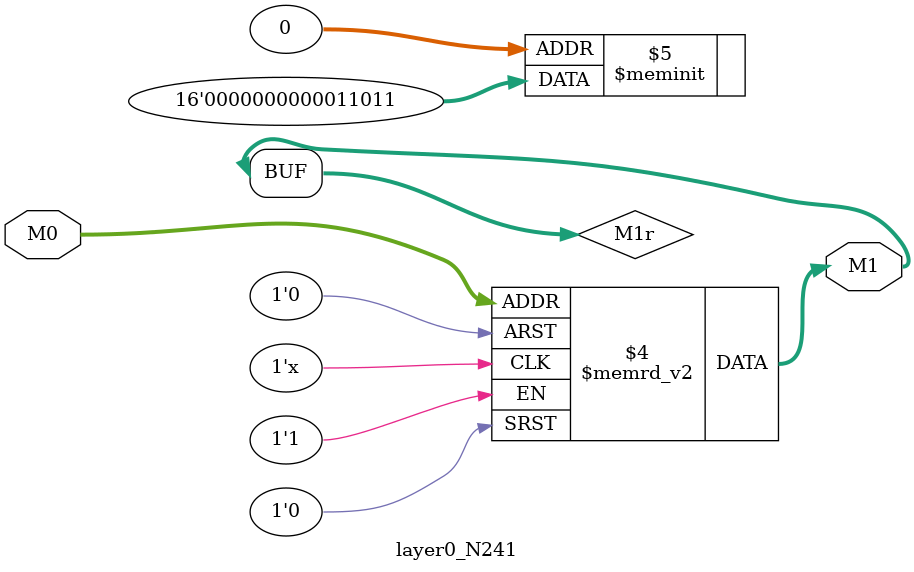
<source format=v>
module layer0_N241 ( input [2:0] M0, output [1:0] M1 );

	(*rom_style = "distributed" *) reg [1:0] M1r;
	assign M1 = M1r;
	always @ (M0) begin
		case (M0)
			3'b000: M1r = 2'b11;
			3'b100: M1r = 2'b00;
			3'b010: M1r = 2'b01;
			3'b110: M1r = 2'b00;
			3'b001: M1r = 2'b10;
			3'b101: M1r = 2'b00;
			3'b011: M1r = 2'b00;
			3'b111: M1r = 2'b00;

		endcase
	end
endmodule

</source>
